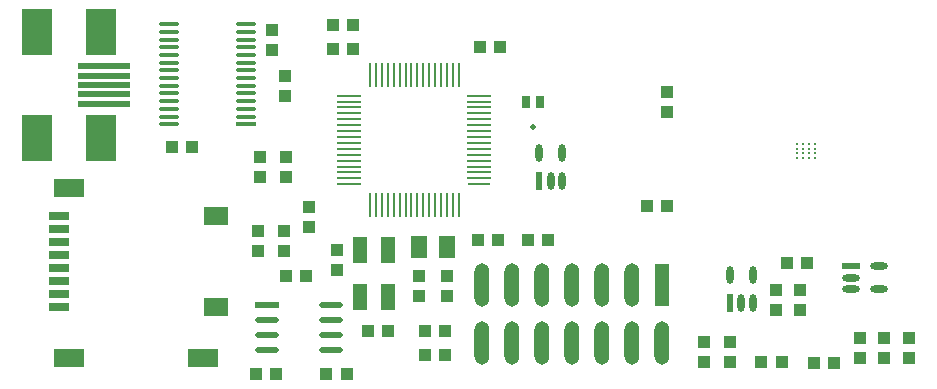
<source format=gtp>
G04 Layer_Color=8421504*
%FSLAX43Y43*%
%MOMM*%
G71*
G01*
G75*
%ADD11R,1.000X1.100*%
%ADD12O,0.600X1.500*%
%ADD13R,0.600X1.500*%
%ADD14R,1.100X1.000*%
%ADD15O,1.270X3.680*%
%ADD16R,1.270X3.680*%
%ADD17R,2.000X0.550*%
%ADD18O,2.000X0.550*%
%ADD19R,4.500X0.500*%
%ADD20R,2.500X4.000*%
%ADD21R,0.680X1.000*%
%ADD22C,0.508*%
%ADD23O,1.500X0.600*%
%ADD24R,1.500X0.600*%
%ADD25C,0.200*%
%ADD26R,0.220X2.000*%
%ADD27R,2.000X0.220*%
%ADD28O,2.000X0.220*%
%ADD29R,1.400X1.900*%
%ADD30R,1.200X2.300*%
%ADD31R,1.700X0.300*%
%ADD32O,1.700X0.300*%
%ADD33R,2.000X1.500*%
%ADD34R,2.500X1.500*%
%ADD35R,1.750X0.800*%
D11*
X70536Y59180D02*
D03*
Y57480D02*
D03*
X68417Y55414D02*
D03*
Y57114D02*
D03*
X66218Y55397D02*
D03*
Y57097D02*
D03*
X67412Y74166D02*
D03*
Y72466D02*
D03*
X68504Y68529D02*
D03*
Y70229D02*
D03*
X112116Y50470D02*
D03*
Y52170D02*
D03*
X110109Y50444D02*
D03*
Y52144D02*
D03*
X106172Y47727D02*
D03*
Y46027D02*
D03*
X104038Y47727D02*
D03*
Y46027D02*
D03*
X66396Y63398D02*
D03*
Y61698D02*
D03*
X100912Y68934D02*
D03*
Y67234D02*
D03*
X121336Y48080D02*
D03*
Y46380D02*
D03*
X119253Y48082D02*
D03*
Y46382D02*
D03*
X117196Y48057D02*
D03*
Y46357D02*
D03*
X72898Y55497D02*
D03*
Y53797D02*
D03*
X82245Y53338D02*
D03*
Y51638D02*
D03*
X79883Y53340D02*
D03*
Y51640D02*
D03*
X68580Y63398D02*
D03*
Y61698D02*
D03*
D12*
X108113Y53403D02*
D03*
X106213D02*
D03*
X108113Y51003D02*
D03*
X107163D02*
D03*
X91973Y63729D02*
D03*
X90073D02*
D03*
X91973Y61329D02*
D03*
X91023D02*
D03*
D13*
X106213Y51003D02*
D03*
X90073Y61329D02*
D03*
D14*
X90829Y56363D02*
D03*
X89129D02*
D03*
X82067Y46609D02*
D03*
X80367D02*
D03*
X70333Y53315D02*
D03*
X68633D02*
D03*
X86538Y56337D02*
D03*
X84838D02*
D03*
X58953Y64211D02*
D03*
X60653D02*
D03*
X111051Y54432D02*
D03*
X112751D02*
D03*
X99212Y59207D02*
D03*
X100912D02*
D03*
X82042Y48666D02*
D03*
X80342D02*
D03*
X113284Y45974D02*
D03*
X114984D02*
D03*
X110566Y45999D02*
D03*
X108866D02*
D03*
X85014Y72720D02*
D03*
X86714D02*
D03*
X77241Y48666D02*
D03*
X75541D02*
D03*
X72570Y72568D02*
D03*
X74270D02*
D03*
X72570Y74549D02*
D03*
X74270D02*
D03*
X67765Y45060D02*
D03*
X66065D02*
D03*
X73736Y45034D02*
D03*
X72036D02*
D03*
D15*
X85217Y47628D02*
D03*
X87757D02*
D03*
X85217Y52578D02*
D03*
X90297D02*
D03*
X87757D02*
D03*
X90297Y47628D02*
D03*
X92837D02*
D03*
X95377D02*
D03*
X97917D02*
D03*
X100457D02*
D03*
X92837Y52578D02*
D03*
X95377D02*
D03*
X97917D02*
D03*
D16*
X100457D02*
D03*
D17*
X67041Y50825D02*
D03*
D18*
Y49555D02*
D03*
Y48285D02*
D03*
Y47015D02*
D03*
X72441Y50825D02*
D03*
Y49555D02*
D03*
Y48285D02*
D03*
Y47015D02*
D03*
D19*
X53237Y71085D02*
D03*
Y70285D02*
D03*
Y67885D02*
D03*
Y68685D02*
D03*
Y69485D02*
D03*
D20*
X52987Y73935D02*
D03*
X47537D02*
D03*
X52987Y65035D02*
D03*
X47537D02*
D03*
D21*
X90145Y68071D02*
D03*
X88925D02*
D03*
D22*
X89560Y65912D02*
D03*
D23*
X118821Y52222D02*
D03*
Y54122D02*
D03*
X116421Y52222D02*
D03*
Y53172D02*
D03*
D24*
Y54122D02*
D03*
D25*
X111870Y64497D02*
D03*
Y64097D02*
D03*
Y63697D02*
D03*
Y63297D02*
D03*
X112370Y64497D02*
D03*
Y64097D02*
D03*
Y63697D02*
D03*
Y63297D02*
D03*
X112870Y64497D02*
D03*
Y64097D02*
D03*
Y63697D02*
D03*
Y63297D02*
D03*
X113370Y64497D02*
D03*
Y64097D02*
D03*
Y63697D02*
D03*
Y63297D02*
D03*
D26*
X83232Y59333D02*
D03*
X82732D02*
D03*
X82232D02*
D03*
X81732D02*
D03*
X81232D02*
D03*
X80732D02*
D03*
X80232D02*
D03*
X79732D02*
D03*
X79232D02*
D03*
X78732D02*
D03*
X78232D02*
D03*
X77732D02*
D03*
X77232D02*
D03*
X76732D02*
D03*
X76232D02*
D03*
X75732D02*
D03*
Y70333D02*
D03*
X76232D02*
D03*
X76732D02*
D03*
X77232D02*
D03*
X77732D02*
D03*
X78232D02*
D03*
X78732D02*
D03*
X79232D02*
D03*
X79732D02*
D03*
X80232D02*
D03*
X80732D02*
D03*
X81232D02*
D03*
X81732D02*
D03*
X82232D02*
D03*
X82732D02*
D03*
X83232D02*
D03*
D27*
X73982Y61083D02*
D03*
Y61583D02*
D03*
Y62083D02*
D03*
Y62583D02*
D03*
Y63083D02*
D03*
Y63583D02*
D03*
Y64083D02*
D03*
Y64583D02*
D03*
Y65083D02*
D03*
Y65583D02*
D03*
Y66083D02*
D03*
Y66583D02*
D03*
Y67083D02*
D03*
Y67583D02*
D03*
Y68083D02*
D03*
Y68583D02*
D03*
X84982D02*
D03*
Y68083D02*
D03*
Y67583D02*
D03*
Y67083D02*
D03*
Y66583D02*
D03*
Y66083D02*
D03*
Y65583D02*
D03*
Y65083D02*
D03*
Y64583D02*
D03*
Y64083D02*
D03*
Y63583D02*
D03*
Y63083D02*
D03*
Y62583D02*
D03*
Y62083D02*
D03*
Y61583D02*
D03*
D28*
Y61083D02*
D03*
D29*
X79845Y55753D02*
D03*
X82245D02*
D03*
D30*
X74841Y55511D02*
D03*
Y51511D02*
D03*
X77241Y55511D02*
D03*
Y51511D02*
D03*
D31*
X65253Y66168D02*
D03*
D32*
Y66818D02*
D03*
Y67468D02*
D03*
Y68118D02*
D03*
Y68768D02*
D03*
Y69418D02*
D03*
Y70068D02*
D03*
Y70718D02*
D03*
Y71368D02*
D03*
Y72018D02*
D03*
Y72668D02*
D03*
Y73318D02*
D03*
Y73968D02*
D03*
Y74618D02*
D03*
X58703Y66168D02*
D03*
Y66818D02*
D03*
Y67468D02*
D03*
Y68118D02*
D03*
Y68768D02*
D03*
Y69418D02*
D03*
Y70068D02*
D03*
Y70718D02*
D03*
Y71368D02*
D03*
Y72018D02*
D03*
Y72668D02*
D03*
Y73318D02*
D03*
Y73968D02*
D03*
Y74618D02*
D03*
D33*
X62666Y58378D02*
D03*
Y50678D02*
D03*
D34*
X50227Y60763D02*
D03*
X61566Y46373D02*
D03*
X50227D02*
D03*
D35*
X49352Y50718D02*
D03*
Y51818D02*
D03*
Y52918D02*
D03*
Y54018D02*
D03*
Y55118D02*
D03*
Y56218D02*
D03*
Y57318D02*
D03*
Y58418D02*
D03*
M02*

</source>
